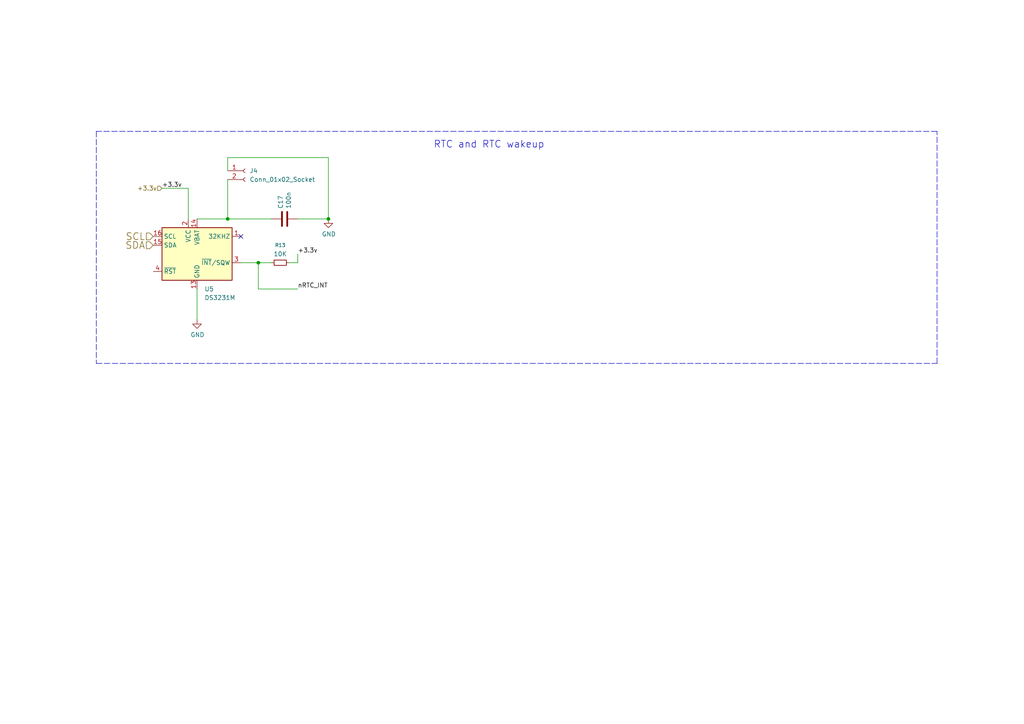
<source format=kicad_sch>
(kicad_sch (version 20250114) (generator "eeschema") (generator_version "9.0")
  (paper "A4")
  (title_block (title "NFC terminal carreir board") (date "2025-08-16") (rev "1") (company "Grigorii Merkushev (aka brushknight)") (comment 1 "brushknight.com"))
  (lib_symbols
    (symbol "Connector:Conn_01x02_Socket" (pin_names (offset 1.016) (hide yes))
      (property "Reference" "J" (at 0 2.54 0))
      (property "Value" "Conn_01x02_Socket" (at 0 -5.08 0))
      (symbol "Conn_01x02_Socket_1_1"
        (polyline (pts (xy -1.27 0) (xy -0.508 0)) (stroke (width 0.1524)))
        (polyline (pts (xy -1.27 -2.54) (xy -0.508 -2.54)) (stroke (width 0.1524)))
        (arc (start 0 -0.508) (mid -0.5058 0) (end 0 0.508) (stroke (width 0.1524)))
        (arc (start 0 -3.048) (mid -0.5058 -2.54) (end 0 -2.032) (stroke (width 0.1524)))
        (pin passive line (at -5.08 0 0) (length 3.81) (name "Pin_1") (number "1"))
        (pin passive line (at -5.08 -2.54 0) (length 3.81) (name "Pin_2") (number "2"))
      )
    )
    (symbol "Device:C" (pin_numbers (hide yes)) (pin_names (offset 0.254))
      (property "Reference" "C" (at 0.635 2.54 0))
      (property "Value" "C" (at 0.635 -2.54 0))
      (symbol "C_0_1"
        (polyline (pts (xy -2.032 0.762) (xy 2.032 0.762)) (stroke (width 0.508)))
        (polyline (pts (xy -2.032 -0.762) (xy 2.032 -0.762)) (stroke (width 0.508)))
      )
      (symbol "C_1_1"
        (pin passive line (at 0 3.81 270) (length 2.794) (name "~") (number "1"))
        (pin passive line (at 0 -3.81 90) (length 2.794) (name "~") (number "2"))
      )
    )
    (symbol "Device:R_Small" (pin_numbers (hide yes)) (pin_names (offset 0.254) (hide yes))
      (property "Reference" "R" (at 0 0 90))
      (property "Value" "R_Small" (at 1.778 0 90))
      (symbol "R_Small_0_1"
        (rectangle (start -0.762 1.778) (end 0.762 -1.778) (stroke (width 0.2032)))
      )
      (symbol "R_Small_1_1"
        (pin passive line (at 0 2.54 270) (length 0.762) (name "~") (number "1"))
        (pin passive line (at 0 -2.54 90) (length 0.762) (name "~") (number "2"))
      )
    )
    (symbol "Timer_RTC:DS3231M"
      (property "Reference" "U" (at -7.62 8.89 0))
      (property "Value" "DS3231M" (at 10.16 8.89 0))
      (symbol "DS3231M_0_1"
        (rectangle (start -10.16 7.62) (end 10.16 -7.62) (stroke (width 0.254)) (fill (type background)))
      )
      (symbol "DS3231M_1_1"
        (pin input line (at -12.7 5.08 0) (length 2.54) (name "SCL") (number "16"))
        (pin bidirectional line (at -12.7 2.54 0) (length 2.54) (name "SDA") (number "15"))
        (pin bidirectional line (at -12.7 -5.08 0) (length 2.54) (name "~{RST}") (number "4"))
        (pin power_in line (at -2.54 10.16 270) (length 2.54) (name "VCC") (number "2"))
        (pin power_in line (at 0 10.16 270) (length 2.54) (name "VBAT") (number "14"))
        (pin passive line (at 0 -10.16 90) (length 2.54) (hide yes) (name "GND") (number "10"))
        (pin passive line (at 0 -10.16 90) (length 2.54) (hide yes) (name "GND") (number "11"))
        (pin passive line (at 0 -10.16 90) (length 2.54) (hide yes) (name "GND") (number "12"))
        (pin power_in line (at 0 -10.16 90) (length 2.54) (name "GND") (number "13"))
        (pin passive line (at 0 -10.16 90) (length 2.54) (hide yes) (name "GND") (number "5"))
        (pin passive line (at 0 -10.16 90) (length 2.54) (hide yes) (name "GND") (number "6"))
        (pin passive line (at 0 -10.16 90) (length 2.54) (hide yes) (name "GND") (number "7"))
        (pin passive line (at 0 -10.16 90) (length 2.54) (hide yes) (name "GND") (number "8"))
        (pin passive line (at 0 -10.16 90) (length 2.54) (hide yes) (name "GND") (number "9"))
        (pin open_collector line (at 12.7 5.08 180) (length 2.54) (name "32KHZ") (number "1"))
        (pin open_collector line (at 12.7 -2.54 180) (length 2.54) (name "~{INT}/SQW") (number "3"))
      )
    )
    (symbol "power:GND" (power) (pin_names (offset 0))
      (property "Value" "GND" (at 0 -3.81 0))
      (symbol "GND_0_1"
        (polyline (pts (xy 0 0) (xy 0 -1.27) (xy 1.27 -1.27) (xy 0 -2.54) (xy -1.27 -1.27) (xy 0 -1.27)))
      )
      (symbol "GND_1_1"
        (pin power_in line (at 0 0 270) (length 0) (hide yes) (name "GND") (number "1"))
      )
    )
  )
  (text "RTC and RTC wakeup" (at 125.73 43.18 0) (effects (font (size 2.0066 2.0066)) (justify left bottom)))
  (junction (at 74.93 76.2))
  (junction (at 95.25 63.5))
  (junction (at 66.04 63.5))
  (no_connect (at 69.85 68.58))
  (wire (pts (xy 74.93 76.2) (xy 74.93 83.82)))
  (wire (pts (xy 54.61 63.5) (xy 54.61 54.61)))
  (wire (pts (xy 57.15 63.5) (xy 66.04 63.5)))
  (wire (pts (xy 66.04 49.53) (xy 66.04 45.72)))
  (polyline (pts (xy 27.94 38.1) (xy 27.94 105.41)) (stroke (width 0) (type dash)))
  (wire (pts (xy 95.25 63.5) (xy 86.36 63.5)))
  (wire (pts (xy 57.15 83.82) (xy 57.15 92.71)))
  (wire (pts (xy 66.04 63.5) (xy 78.74 63.5)))
  (wire (pts (xy 66.04 45.72) (xy 95.25 45.72)))
  (wire (pts (xy 74.93 76.2) (xy 78.74 76.2)))
  (wire (pts (xy 95.25 45.72) (xy 95.25 63.5)))
  (wire (pts (xy 66.04 52.07) (xy 66.04 63.5)))
  (wire (pts (xy 74.93 83.82) (xy 86.36 83.82)))
  (wire (pts (xy 86.36 76.2) (xy 86.36 73.66)))
  (wire (pts (xy 69.85 76.2) (xy 74.93 76.2)))
  (polyline (pts (xy 27.94 105.41) (xy 271.78 105.41)) (stroke (width 0) (type dash)))
  (wire (pts (xy 54.61 54.61) (xy 46.99 54.61)))
  (polyline (pts (xy 271.78 105.41) (xy 271.78 38.1)) (stroke (width 0) (type dash)))
  (polyline (pts (xy 271.78 38.1) (xy 27.94 38.1)) (stroke (width 0) (type dash)))
  (wire (pts (xy 83.82 76.2) (xy 86.36 76.2)))
  (label "nRTC_INT" (at 86.36 83.82 0))
  (label "+3.3v" (at 86.36 73.66 0))
  (label "+3.3v" (at 46.99 54.61 0))
  (hierarchical_label "SDA" (shape input) (at 44.45 71.12 180) (effects (font (size 2.0066 2.0066))))
  (hierarchical_label "SCL" (shape input) (at 44.45 68.58 180) (effects (font (size 2.0066 2.0066))))
  (hierarchical_label "+3.3v" (shape input) (at 46.99 54.61 180))
  (symbol (lib_id "Device:C") (at 82.55 63.5 90) (unit 1)
    (property "Reference" "C17" (at 81.3816 60.579 0) (effects (justify left)))
    (property "Value" "100n" (at 83.693 60.579 0) (effects (justify left)))
    (property "Footprint" "Capacitor_SMD:C_0402_1005Metric" (effects (hide yes)))
    (property "Datasheet" "https://search.murata.co.jp/Ceramy/image/img/A01X/G101/ENG/GRM155R71C104KA88-01.pdf" (effects (hide yes)))
    (property "Field4" "Farnell" (effects (hide yes)))
    (property "Field5" "2611911" (effects (hide yes)))
    (property "Field6" "RM EMK105 B7104KV-F" (effects (hide yes)))
    (property "Field7" "TAIYO YUDEN EUROPE GMBH" (effects (hide yes)))
    (property "Part Description" "	0.1uF 10% 16V Ceramic Capacitor X7R 0402 (1005 Metric)" (effects (hide yes)))
    (property "Field8" "110091611" (effects (hide yes)))
    (property "LCSC" "C1525" (effects (hide yes)))
  )
  (symbol (lib_id "power:GND") (at 95.25 63.5 0) (unit 1)
    (property "Reference" "#PWR025" (effects (hide yes)))
    (property "Value" "GND" (at 95.377 67.8942 0))
  )
  (symbol (lib_id "power:GND") (at 57.15 92.71 0) (unit 1)
    (property "Reference" "#PWR024" (effects (hide yes)))
    (property "Value" "GND" (at 57.277 97.1042 0))
  )
  (symbol (lib_id "Timer_RTC:DS3231M") (at 57.15 73.66 0) (unit 1)
    (property "Reference" "U5" (at 59.2933 83.82 0) (effects (justify left)))
    (property "Value" "DS3231M" (at 59.2933 86.36 0) (effects (justify left)))
    (property "Footprint" "Package_SO:SOIC-16W_7.5x10.3mm_P1.27mm" (effects (hide yes)))
    (property "Datasheet" "http://datasheets.maximintegrated.com/en/ds/DS3231.pdf" (effects (hide yes)))
    (property "Description" "Extremely Accurate I2C-Integrated RTC/TCXO/Crystal SOIC-16" (effects (hide yes)))
    (property "LCSC" "C37663" (effects (hide yes)))
  )
  (symbol (lib_id "Connector:Conn_01x02_Socket") (at 71.12 49.53 0) (unit 1)
    (property "Reference" "J4" (at 72.39 49.5299 0) (effects (justify left)))
    (property "Value" "Conn_01x02_Socket" (at 72.39 52.0699 0) (effects (justify left)))
    (property "Footprint" "CONN02_533984002_MOL:CONN02_533984002_MOL" (effects (hide yes)))
    (property "Datasheet" "https://www.molex.com/en-us/products/part-detail-pdf/533984002?display=pdf" (effects (hide yes)))
    (property "Description" "Generic connector, single row, 01x02, script generated" (effects (hide yes)))
    (property "URL" "https://eu.mouser.com/ProductDetail/Molex/53398-4002?qs=iLbezkQI%252BsjNR44XnvA9PQ%3D%3D&srsltid=AfmBOorTWWap8qiFVUOD5P7LnDBaNxt2k6tC8Z0wXPSvf5gvXqJPTJfT" (effects (hide yes)))
    (property "LCSC" "C16076276" (effects (hide yes)))
  )
  (symbol (lib_id "Device:R_Small") (at 81.28 76.2 90) (unit 1)
    (property "Reference" "R13" (at 81.28 71.12 90) (effects (font (size 1.016 1.016))))
    (property "Value" "10K" (at 81.28 73.66 90))
    (property "Footprint" "Resistor_SMD:R_0402_1005Metric" (effects (hide yes)))
    (property "Description" "Resistor, small symbol" (effects (hide yes)))
    (property "LCSC" "C60490" (effects (hide yes)))
  )
)
</source>
